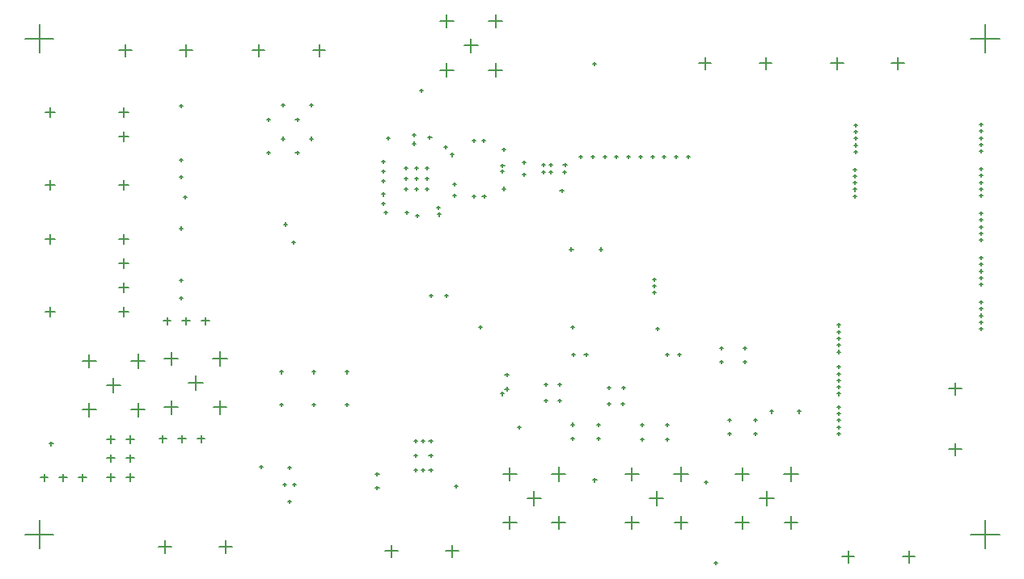
<source format=gbr>
%TF.GenerationSoftware,Altium Limited,Altium Designer,22.0.2 (36)*%
G04 Layer_Color=128*
%FSLAX45Y45*%
%MOMM*%
%TF.SameCoordinates,A85A4143-1F01-4578-B965-72C63468A48A*%
%TF.FilePolarity,Positive*%
%TF.FileFunction,Drillmap*%
%TF.Part,Single*%
G01*
G75*
%TA.AperFunction,NonConductor*%
%ADD70C,0.12700*%
D70*
X3199400Y1703600D02*
X3234400D01*
X3216900Y1686100D02*
Y1721100D01*
X2856500Y1703600D02*
X2891500D01*
X2874000Y1686100D02*
Y1721100D01*
X2513600Y1703600D02*
X2548600D01*
X2531100Y1686100D02*
Y1721100D01*
X3199400Y1360700D02*
X3234400D01*
X3216900Y1343200D02*
Y1378200D01*
X2856500Y1360700D02*
X2891500D01*
X2874000Y1343200D02*
Y1378200D01*
X2513600Y1360700D02*
X2548600D01*
X2531100Y1343200D02*
Y1378200D01*
X957500Y1817500D02*
X1107500D01*
X1032500Y1742500D02*
Y1892500D01*
X962650Y1306960D02*
X1102350D01*
X1032500Y1237110D02*
Y1376810D01*
X452110Y1306960D02*
X591810D01*
X521960Y1237110D02*
Y1376810D01*
X452110Y1817500D02*
X591810D01*
X521960Y1747650D02*
Y1887350D01*
X702300Y1562230D02*
X852160D01*
X777230Y1487300D02*
Y1637160D01*
X6640270Y633040D02*
X6790270D01*
X6715270Y558040D02*
Y708040D01*
X6645420Y122500D02*
X6785120D01*
X6715270Y52650D02*
Y192350D01*
X6134880Y122500D02*
X6274580D01*
X6204730Y52650D02*
Y192350D01*
X6134880Y633040D02*
X6274580D01*
X6204730Y563190D02*
Y702890D01*
X6385070Y377770D02*
X6534930D01*
X6460000Y302840D02*
Y452700D01*
X7792770Y633040D02*
X7942770D01*
X7867770Y558040D02*
Y708040D01*
X7797920Y122500D02*
X7937620D01*
X7867770Y52650D02*
Y192350D01*
X7287380Y122500D02*
X7427080D01*
X7357230Y52650D02*
Y192350D01*
X7287380Y633040D02*
X7427080D01*
X7357230Y563190D02*
Y702890D01*
X7537570Y377770D02*
X7687430D01*
X7612500Y302840D02*
Y452700D01*
X1815000Y1843040D02*
X1965000D01*
X1890000Y1768040D02*
Y1918040D01*
X1820150Y1332500D02*
X1959850D01*
X1890000Y1262650D02*
Y1402350D01*
X1309610Y1332500D02*
X1449310D01*
X1379460Y1262650D02*
Y1402350D01*
X1309610Y1843040D02*
X1449310D01*
X1379460Y1773190D02*
Y1912890D01*
X1559800Y1587770D02*
X1709660D01*
X1634730Y1512840D02*
Y1662700D01*
X5360000Y633040D02*
X5510000D01*
X5435000Y558040D02*
Y708040D01*
X5365150Y122500D02*
X5504850D01*
X5435000Y52650D02*
Y192350D01*
X4854610Y122500D02*
X4994310D01*
X4924460Y52650D02*
Y192350D01*
X4854610Y633040D02*
X4994310D01*
X4924460Y563190D02*
Y702890D01*
X5104800Y377770D02*
X5254660D01*
X5179730Y302840D02*
Y452700D01*
X1697090Y2237503D02*
X1777090D01*
X1737090Y2197503D02*
Y2277502D01*
X1497091Y2237503D02*
X1577091D01*
X1537091Y2197503D02*
Y2277502D01*
X1297091Y2237503D02*
X1377091D01*
X1337091Y2197503D02*
Y2277502D01*
X8920873Y4939243D02*
X9050873D01*
X8985873Y4874243D02*
Y5004243D01*
X8285873Y4939243D02*
X8415873D01*
X8350873Y4874243D02*
Y5004243D01*
X7538377Y4939243D02*
X7668376D01*
X7603376Y4874243D02*
Y5004243D01*
X6903377Y4939243D02*
X7033376D01*
X6968376Y4874243D02*
Y5004243D01*
X9523487Y892703D02*
X9653487D01*
X9588487Y827703D02*
Y957703D01*
X9523487Y1527703D02*
X9653487D01*
X9588487Y1462703D02*
Y1592703D01*
X9036406Y-234231D02*
X9166406D01*
X9101406Y-299231D02*
Y-169232D01*
X5260700Y3800200D02*
X5295700D01*
X5278200Y3782700D02*
Y3817700D01*
X5336700Y3876200D02*
X5371700D01*
X5354200Y3858700D02*
Y3893700D01*
X8401406Y-234231D02*
X8531406D01*
X8466406Y-299231D02*
Y-169232D01*
X9750000Y5200000D02*
X10050000D01*
X9900000Y5050000D02*
Y5350000D01*
X9750000Y0D02*
X10050000D01*
X9900000Y-150000D02*
Y150000D01*
X-150000Y0D02*
X150000D01*
X0Y-150000D02*
Y150000D01*
X-150000Y5200000D02*
X150000D01*
X0Y5050000D02*
Y5350000D01*
X62501Y3098502D02*
X162501D01*
X112501Y3048502D02*
Y3148501D01*
X62501Y2336502D02*
X162501D01*
X112501Y2286502D02*
Y2386501D01*
X832502Y3098502D02*
X932502D01*
X882502Y3048502D02*
Y3148501D01*
X832502Y2844502D02*
X932502D01*
X882502Y2794502D02*
Y2894501D01*
X832502Y2590502D02*
X932502D01*
X882502Y2540502D02*
Y2640501D01*
X832502Y2336502D02*
X932502D01*
X882502Y2286502D02*
Y2386501D01*
X62501Y3666501D02*
X162501D01*
X112501Y3616502D02*
Y3716501D01*
X62501Y4428501D02*
X162501D01*
X112501Y4378502D02*
Y4478501D01*
X832502Y4428501D02*
X932502D01*
X882502Y4378502D02*
Y4478501D01*
X832502Y4174501D02*
X932502D01*
X882502Y4124502D02*
Y4224501D01*
X832502Y3666501D02*
X932502D01*
X882502Y3616502D02*
Y3716501D01*
X4255001Y-175000D02*
X4385001D01*
X4320001Y-240000D02*
Y-110000D01*
X3620001Y-175000D02*
X3750001D01*
X3685001Y-240000D02*
Y-110000D01*
X1249998Y-130001D02*
X1379998D01*
X1314998Y-195001D02*
Y-65001D01*
X1884998Y-130001D02*
X2014998D01*
X1949998Y-195001D02*
Y-65001D01*
X910000Y997500D02*
X990000D01*
X950000Y957500D02*
Y1037500D01*
X910000Y797500D02*
X990000D01*
X950000Y757500D02*
Y837500D01*
X910000Y597501D02*
X990000D01*
X950000Y557501D02*
Y637501D01*
X710001Y597501D02*
X790000D01*
X750001Y557501D02*
Y637501D01*
X710001Y797500D02*
X790000D01*
X750001Y757500D02*
Y837500D01*
X710001Y997500D02*
X790000D01*
X750001Y957500D02*
Y1037500D01*
X1652498Y1002499D02*
X1732498D01*
X1692498Y962499D02*
Y1042499D01*
X1452498Y1002499D02*
X1532498D01*
X1492498Y962499D02*
Y1042499D01*
X1252499Y1002499D02*
X1332499D01*
X1292499Y962499D02*
Y1042499D01*
X834998Y5075003D02*
X964998D01*
X899998Y5010003D02*
Y5140002D01*
X1469998Y5075003D02*
X1599998D01*
X1534998Y5010003D02*
Y5140002D01*
X2230001Y5075003D02*
X2360001D01*
X2295001Y5010003D02*
Y5140002D01*
X2865001Y5075003D02*
X2995001D01*
X2930001Y5010003D02*
Y5140002D01*
X4705421Y4869730D02*
X4845121D01*
X4775271Y4799880D02*
Y4939580D01*
X4194881Y4869730D02*
X4334581D01*
X4264731Y4799880D02*
Y4939580D01*
X4194881Y5380270D02*
X4334581D01*
X4264731Y5310420D02*
Y5450120D01*
X4705421Y5380270D02*
X4845121D01*
X4775271Y5310420D02*
Y5450120D01*
X4445071Y5125000D02*
X4594931D01*
X4520001Y5050070D02*
Y5199930D01*
X5260700Y3876200D02*
X5295700D01*
X5278200Y3858700D02*
Y3893700D01*
X5336700Y3800200D02*
X5371700D01*
X5354200Y3782700D02*
Y3817700D01*
X10002Y595001D02*
X90002D01*
X50002Y555001D02*
Y635001D01*
X210002Y595001D02*
X290001D01*
X250002Y555001D02*
Y635001D01*
X410001Y595001D02*
X490001D01*
X450001Y555001D02*
Y635001D01*
X3999499Y677000D02*
X4034499D01*
X4016999Y659500D02*
Y694500D01*
X8354260Y1196782D02*
X8389259D01*
X8371759Y1179282D02*
Y1214282D01*
X8354260Y1266782D02*
X8389259D01*
X8371759Y1249282D02*
Y1284282D01*
X8354260Y1336782D02*
X8389259D01*
X8371759Y1319283D02*
Y1354282D01*
X4831605Y3803871D02*
X4866604D01*
X4849104Y3786371D02*
Y3821371D01*
X5060684Y3900873D02*
X5095684D01*
X5078184Y3883373D02*
Y3918373D01*
X5060684Y3770094D02*
X5095684D01*
X5078184Y3752594D02*
Y3787594D01*
X3937462Y3341317D02*
X3972461D01*
X3954962Y3323817D02*
Y3358817D01*
X4156544Y3426584D02*
X4191543D01*
X4174043Y3409084D02*
Y3444084D01*
X4326451Y3674059D02*
X4361451D01*
X4343951Y3656559D02*
Y3691559D01*
X4332466Y3549974D02*
X4367465D01*
X4349965Y3532474D02*
Y3567474D01*
X4532465Y3547314D02*
X4567465D01*
X4549965Y3529815D02*
Y3564814D01*
X4530704Y4130344D02*
X4565704D01*
X4548204Y4112844D02*
Y4147844D01*
X4633676Y4130344D02*
X4668675D01*
X4651175Y4112844D02*
Y4147844D01*
X4638396Y3547314D02*
X4673396D01*
X4655896Y3529815D02*
Y3564814D01*
X4832297Y3868829D02*
X4867297D01*
X4849797Y3851329D02*
Y3886329D01*
X4600184Y2174092D02*
X4635184D01*
X4617684Y2156592D02*
Y2191592D01*
X4080002Y2502092D02*
X4115002D01*
X4097502Y2484592D02*
Y2519591D01*
X4247500Y2502092D02*
X4282500D01*
X4265000Y2484592D02*
Y2519591D01*
X7123988Y1951788D02*
X7158987D01*
X7141487Y1934288D02*
Y1969288D01*
X7372210Y1951788D02*
X7407209D01*
X7389709Y1934288D02*
Y1969288D01*
X7123988Y1806617D02*
X7158987D01*
X7141487Y1789117D02*
Y1824117D01*
X7372210Y1806617D02*
X7407209D01*
X7389709Y1789117D02*
Y1824117D01*
X3978476Y4657319D02*
X4013476D01*
X3995976Y4639820D02*
Y4674819D01*
X2382500Y4000000D02*
X2417500D01*
X2400000Y3982500D02*
Y4017500D01*
X2682500Y4000000D02*
X2717500D01*
X2700000Y3982500D02*
Y4017500D01*
X2532500Y4150000D02*
X2567500D01*
X2550000Y4132500D02*
Y4167500D01*
X2832500Y4150000D02*
X2867500D01*
X2850000Y4132500D02*
Y4167500D01*
X2382500Y4350000D02*
X2417500D01*
X2400000Y4332500D02*
Y4367500D01*
X2682500Y4350000D02*
X2717500D01*
X2700000Y4332500D02*
Y4367500D01*
X2832500Y4500000D02*
X2867500D01*
X2850000Y4482500D02*
Y4517500D01*
X2532500Y4500000D02*
X2567500D01*
X2550000Y4482500D02*
Y4517500D01*
X5862911Y2990084D02*
X5897911D01*
X5880411Y2972584D02*
Y3007584D01*
X5552088Y2990084D02*
X5587088D01*
X5569588Y2972584D02*
Y3007584D01*
X5009998Y1126001D02*
X5044998D01*
X5027498Y1108501D02*
Y1143501D01*
X5797499Y568999D02*
X5832499D01*
X5814999Y551499D02*
Y586499D01*
X6962501Y545001D02*
X6997501D01*
X6980001Y527501D02*
Y562501D01*
X8352342Y1984864D02*
X8387341D01*
X8369842Y1967364D02*
Y2002364D01*
X8352342Y1914864D02*
X8387342D01*
X8369842Y1897365D02*
Y1932364D01*
X8352341Y2054864D02*
X8387341D01*
X8369841Y2037364D02*
Y2072364D01*
X8352341Y2124864D02*
X8387341D01*
X8369841Y2107364D02*
Y2142364D01*
X8352341Y2194864D02*
X8387340D01*
X8369841Y2177364D02*
Y2212364D01*
X8352294Y1544865D02*
X8387294D01*
X8369794Y1527365D02*
Y1562365D01*
X8352295Y1474865D02*
X8387294D01*
X8369795Y1457366D02*
Y1492365D01*
X8352294Y1614865D02*
X8387294D01*
X8369794Y1597365D02*
Y1632365D01*
X8352294Y1684865D02*
X8387294D01*
X8369794Y1667365D02*
Y1702365D01*
X8352293Y1754865D02*
X8387293D01*
X8369793Y1737365D02*
Y1772365D01*
X8522294Y3616861D02*
X8557294D01*
X8539794Y3599361D02*
Y3634361D01*
X8522294Y3546862D02*
X8557294D01*
X8539794Y3529362D02*
Y3564362D01*
X8522293Y3686861D02*
X8557293D01*
X8539793Y3669361D02*
Y3704361D01*
X8522293Y3756861D02*
X8557293D01*
X8539793Y3739362D02*
Y3774361D01*
X8522293Y3826862D02*
X8557293D01*
X8539793Y3809362D02*
Y3844361D01*
X8529792Y4082366D02*
X8564792D01*
X8547292Y4064866D02*
Y4099866D01*
X8529792Y4012367D02*
X8564792D01*
X8547292Y3994867D02*
Y4029867D01*
X8529791Y4152366D02*
X8564791D01*
X8547291Y4134867D02*
Y4169866D01*
X8529791Y4222366D02*
X8564791D01*
X8547291Y4204867D02*
Y4239866D01*
X8529791Y4292367D02*
X8564791D01*
X8547291Y4274867D02*
Y4309866D01*
X1470409Y2474998D02*
X1505409D01*
X1487909Y2457498D02*
Y2492497D01*
X1470409Y2662500D02*
X1505409D01*
X1487909Y2645001D02*
Y2680000D01*
X1470409Y3210002D02*
X1505409D01*
X1487909Y3192503D02*
Y3227502D01*
X1470409Y4492499D02*
X1505409D01*
X1487909Y4474999D02*
Y4509999D01*
X1506000Y3537500D02*
X1540999D01*
X1523499Y3520000D02*
Y3555000D01*
X1470409Y3747502D02*
X1505409D01*
X1487909Y3730002D02*
Y3765002D01*
X1470409Y3922498D02*
X1505409D01*
X1487909Y3904998D02*
Y3939998D01*
X2305412Y709916D02*
X2340412D01*
X2322912Y692416D02*
Y727416D01*
X2653299Y522500D02*
X2688299D01*
X2670799Y505000D02*
Y539999D01*
X2551699Y522500D02*
X2586699D01*
X2569199Y505000D02*
Y539999D01*
X2602499Y697760D02*
X2637499D01*
X2619999Y680260D02*
Y715259D01*
X2602499Y347240D02*
X2637499D01*
X2619999Y329740D02*
Y364739D01*
X3520411Y633040D02*
X3555411D01*
X3537911Y615541D02*
Y650540D01*
X3520411Y487869D02*
X3555411D01*
X3537911Y470369D02*
Y505369D01*
X3999499Y977000D02*
X4034499D01*
X4016999Y959500D02*
Y994500D01*
X3919499Y977000D02*
X3954499D01*
X3936999Y959500D02*
Y994500D01*
X4079500Y977000D02*
X4114499D01*
X4096999Y959500D02*
Y994500D01*
X4079500Y827000D02*
X4114499D01*
X4096999Y809500D02*
Y844500D01*
X3919499Y827000D02*
X3954499D01*
X3936999Y809500D02*
Y844500D01*
X3919499Y677000D02*
X3954499D01*
X3936999Y659500D02*
Y694500D01*
X4079500Y677000D02*
X4114499D01*
X4096999Y659500D02*
Y694500D01*
X4344591Y507498D02*
X4379591D01*
X4362091Y489999D02*
Y524998D01*
X4827499Y1474829D02*
X4862499D01*
X4844999Y1457329D02*
Y1492329D01*
X4875410Y1525154D02*
X4910410D01*
X4892910Y1507655D02*
Y1542654D01*
X4875410Y1670326D02*
X4910410D01*
X4892910Y1652826D02*
Y1687825D01*
X5427802Y1569588D02*
X5462802D01*
X5445302Y1552088D02*
Y1587088D01*
X5282631Y1569588D02*
X5317631D01*
X5300131Y1552088D02*
Y1587088D01*
X5282413Y1402090D02*
X5317413D01*
X5299913Y1384590D02*
Y1419590D01*
X5427584Y1402090D02*
X5462584D01*
X5445084Y1384590D02*
Y1419590D01*
X6094999Y1537091D02*
X6129999D01*
X6112499Y1519591D02*
Y1554591D01*
X5949828Y1537091D02*
X5984828D01*
X5967328Y1519591D02*
Y1554591D01*
X6092586Y1369588D02*
X6127586D01*
X6110086Y1352088D02*
Y1387088D01*
X5947415Y1369588D02*
X5982415D01*
X5964915Y1352088D02*
Y1387088D01*
X5832914Y1150327D02*
X5867913D01*
X5850413Y1132827D02*
Y1167826D01*
X5567089Y1152826D02*
X5602089D01*
X5584589Y1135326D02*
Y1170326D01*
X5567089Y1007655D02*
X5602089D01*
X5584589Y990155D02*
Y1025155D01*
X5832914Y1005155D02*
X5867913D01*
X5850413Y987656D02*
Y1022655D01*
X7938801Y1288697D02*
X7973800D01*
X7956301Y1271198D02*
Y1306197D01*
X7646701Y1288703D02*
X7681700D01*
X7664201Y1271203D02*
Y1306202D01*
X7478712Y1057317D02*
X7513711D01*
X7496212Y1039817D02*
Y1074817D01*
X7478712Y1202488D02*
X7513711D01*
X7496212Y1184988D02*
Y1219988D01*
X7205090Y1202488D02*
X7240089D01*
X7222590Y1184988D02*
Y1219988D01*
X7205090Y1057317D02*
X7240089D01*
X7222590Y1039817D02*
Y1074817D01*
X6292092Y1145084D02*
X6327091D01*
X6309592Y1127584D02*
Y1162584D01*
X6292092Y999913D02*
X6327091D01*
X6309592Y982413D02*
Y1017413D01*
X6555412Y999913D02*
X6590411D01*
X6572911Y982413D02*
Y1017413D01*
X6555412Y1145084D02*
X6590411D01*
X6572911Y1127584D02*
Y1162584D01*
X5575001Y1882500D02*
X5610000D01*
X5592500Y1865000D02*
Y1900000D01*
X5705003Y1882500D02*
X5740002D01*
X5722503Y1865000D02*
Y1900000D01*
X6552499Y1882500D02*
X6587499D01*
X6569999Y1865000D02*
Y1900000D01*
X6680002Y1882500D02*
X6715002D01*
X6697502Y1865000D02*
Y1900000D01*
X6417401Y2604700D02*
X6452401D01*
X6434901Y2587200D02*
Y2622200D01*
X6417401Y2672200D02*
X6452401D01*
X6434901Y2654700D02*
Y2689700D01*
X6417401Y2537200D02*
X6452401D01*
X6434901Y2519700D02*
Y2554700D01*
X5566298Y2174092D02*
X5601298D01*
X5583798Y2156592D02*
Y2191592D01*
X2641851Y3060000D02*
X2676851D01*
X2659351Y3042500D02*
Y3077500D01*
X2562909Y3252502D02*
X2597908D01*
X2580409Y3235002D02*
Y3270002D01*
X5485204Y3872919D02*
X5520204D01*
X5502704Y3855419D02*
Y3890418D01*
X5481954Y3800166D02*
X5516954D01*
X5499454Y3782666D02*
Y3817666D01*
X4848317Y4039347D02*
X4883316D01*
X4865817Y4021847D02*
Y4056846D01*
X4848317Y3624999D02*
X4883316D01*
X4865817Y3607500D02*
Y3642499D01*
X4167431Y3354368D02*
X4202431D01*
X4184931Y3336868D02*
Y3371868D01*
X3829792Y3371895D02*
X3864792D01*
X3847292Y3354395D02*
Y3389395D01*
X3585685Y3566317D02*
X3620685D01*
X3603185Y3548817D02*
Y3583817D01*
X3607265Y3371895D02*
X3642265D01*
X3624765Y3354395D02*
Y3389395D01*
X8354260Y1126782D02*
X8389259D01*
X8371759Y1109283D02*
Y1144282D01*
X8354260Y1056782D02*
X8389259D01*
X8371759Y1039282D02*
Y1074282D01*
X9838161Y2365633D02*
X9873160D01*
X9855661Y2348133D02*
Y2383133D01*
X9838161Y2435633D02*
X9873160D01*
X9855661Y2418134D02*
Y2453133D01*
X9838161Y2295633D02*
X9873160D01*
X9855661Y2278134D02*
Y2313133D01*
X9838161Y2225633D02*
X9873160D01*
X9855661Y2208134D02*
Y2243133D01*
X9838161Y2155633D02*
X9873160D01*
X9855661Y2138133D02*
Y2173133D01*
X9838163Y2831136D02*
X9873162D01*
X9855663Y2813636D02*
Y2848635D01*
X9838163Y2901136D02*
X9873162D01*
X9855663Y2883636D02*
Y2918636D01*
X9838163Y2761136D02*
X9873162D01*
X9855663Y2743636D02*
Y2778636D01*
X9838163Y2691136D02*
X9873162D01*
X9855663Y2673636D02*
Y2708635D01*
X9838163Y2621135D02*
X9873162D01*
X9855663Y2603636D02*
Y2638635D01*
X9838163Y3296636D02*
X9873162D01*
X9855663Y3279136D02*
Y3314135D01*
X9838163Y3366636D02*
X9873162D01*
X9855663Y3349136D02*
Y3384135D01*
X9838163Y3226636D02*
X9873162D01*
X9855663Y3209136D02*
Y3244135D01*
X9838163Y3156636D02*
X9873162D01*
X9855663Y3139136D02*
Y3174135D01*
X9838163Y3086635D02*
X9873162D01*
X9855663Y3069136D02*
Y3104135D01*
X9838163Y3762135D02*
X9873162D01*
X9855663Y3744636D02*
Y3779635D01*
X9838163Y3832136D02*
X9873162D01*
X9855663Y3814636D02*
Y3849635D01*
X9838163Y3692136D02*
X9873162D01*
X9855663Y3674636D02*
Y3709635D01*
X9838163Y3622136D02*
X9873162D01*
X9855663Y3604636D02*
Y3639635D01*
X9838163Y3552135D02*
X9873162D01*
X9855663Y3534636D02*
Y3569635D01*
X9838163Y4017635D02*
X9873162D01*
X9855663Y4000136D02*
Y4035135D01*
X9838163Y4087635D02*
X9873162D01*
X9855663Y4070136D02*
Y4105135D01*
X9838163Y4157636D02*
X9873162D01*
X9855663Y4140136D02*
Y4175135D01*
X4043063Y3841387D02*
X4078063D01*
X4060563Y3823887D02*
Y3858887D01*
X4043063Y3731390D02*
X4078063D01*
X4060563Y3713890D02*
Y3748890D01*
X4043063Y3621388D02*
X4078063D01*
X4060563Y3603888D02*
Y3638888D01*
X3933061Y3841387D02*
X3968060D01*
X3950561Y3823887D02*
Y3858887D01*
X3933061Y3731390D02*
X3968060D01*
X3950561Y3713890D02*
Y3748890D01*
X3933061Y3621388D02*
X3968060D01*
X3950561Y3603888D02*
Y3638888D01*
X3823063Y3841387D02*
X3858063D01*
X3840563Y3823887D02*
Y3858887D01*
X3823063Y3731390D02*
X3858063D01*
X3840563Y3713890D02*
Y3748890D01*
X3823063Y3621388D02*
X3858063D01*
X3840563Y3603888D02*
Y3638888D01*
X9838163Y4297636D02*
X9873162D01*
X9855663Y4280136D02*
Y4315135D01*
X9838163Y4227635D02*
X9873162D01*
X9855663Y4210136D02*
Y4245135D01*
X5793878Y4935765D02*
X5828878D01*
X5811378Y4918265D02*
Y4953265D01*
X6457503Y2154998D02*
X6492503D01*
X6475003Y2137498D02*
Y2172498D01*
X7062099Y-299998D02*
X7097099D01*
X7079599Y-317498D02*
Y-282498D01*
X4233477Y4061316D02*
X4268476D01*
X4250977Y4043816D02*
Y4078816D01*
X4300980Y3981316D02*
X4335979D01*
X4318480Y3963816D02*
Y3998816D01*
X4070683Y4163815D02*
X4105683D01*
X4088183Y4146315D02*
Y4181315D01*
X3632005Y4152791D02*
X3667004D01*
X3649505Y4135291D02*
Y4170291D01*
X108296Y949999D02*
X143296D01*
X125796Y932500D02*
Y967499D01*
X5450901Y3603139D02*
X5485901D01*
X5468401Y3585639D02*
Y3620638D01*
X3583181Y3471319D02*
X3618180D01*
X3600681Y3453820D02*
Y3488819D01*
X3585685Y3808819D02*
X3620685D01*
X3603185Y3791320D02*
Y3826319D01*
X3585685Y3908819D02*
X3620685D01*
X3603185Y3891319D02*
Y3926319D01*
X3585685Y3706315D02*
X3620685D01*
X3603185Y3688815D02*
Y3723815D01*
X3908479Y4188819D02*
X3943478D01*
X3925978Y4171319D02*
Y4206318D01*
X3908479Y4098816D02*
X3943478D01*
X3925978Y4081316D02*
Y4116316D01*
X6151728Y3958398D02*
X6186728D01*
X6169228Y3940898D02*
Y3975898D01*
X6024225Y3958398D02*
X6059225D01*
X6041725Y3940898D02*
Y3975898D01*
X5900659Y3958398D02*
X5935659D01*
X5918159Y3940898D02*
Y3975898D01*
X6276726Y3958398D02*
X6311726D01*
X6294226Y3940898D02*
Y3975898D01*
X5650804Y3958398D02*
X5685804D01*
X5668304Y3940898D02*
Y3975898D01*
X5775732Y3958398D02*
X5810731D01*
X5793231Y3940898D02*
Y3975898D01*
X6525291Y3958398D02*
X6560290D01*
X6542791Y3940898D02*
Y3975898D01*
X6400363Y3958398D02*
X6435363D01*
X6417863Y3940898D02*
Y3975898D01*
X6650218Y3958398D02*
X6685218D01*
X6667718Y3940898D02*
Y3975898D01*
X6775145Y3958398D02*
X6810145D01*
X6792645Y3940898D02*
Y3975898D01*
%TF.MD5,0eb047df39b0302b798dd9ce76ee0b62*%
M02*

</source>
